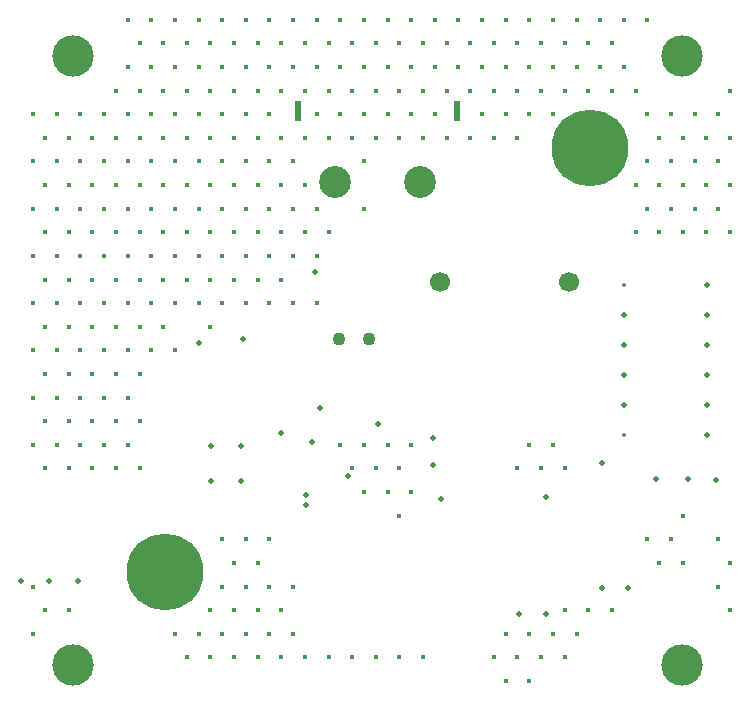
<source format=gbr>
%TF.GenerationSoftware,Altium Limited,Altium Designer,24.2.2 (26)*%
G04 Layer_Color=0*
%FSLAX45Y45*%
%MOMM*%
%TF.SameCoordinates,B44B2995-802D-4FBC-A6AD-B2E30319FF36*%
%TF.FilePolarity,Positive*%
%TF.FileFunction,Plated,1,2,PTH,Drill*%
%TF.Part,Single*%
G01*
G75*
%TA.AperFunction,OtherDrill,Free Pad (5.969mm,57.531mm)*%
%ADD94C,3.50000*%
%TA.AperFunction,ComponentDrill*%
%ADD95C,1.70000*%
%ADD96C,1.10000*%
%ADD97R,0.60000X1.70000*%
%ADD98C,2.70000*%
%TA.AperFunction,OtherDrill,Free Pad (49.711mm,49.711mm)*%
%ADD99C,6.50240*%
%TA.AperFunction,OtherDrill,Free Pad (5.969mm,5.969mm)*%
%ADD100C,3.50000*%
%TA.AperFunction,OtherDrill,Free Pad (57.531mm,57.531mm)*%
%ADD101C,3.50000*%
%TA.AperFunction,OtherDrill,Free Pad (57.531mm,5.969mm)*%
%ADD102C,3.50000*%
%TA.AperFunction,OtherDrill,Free Pad (13.789mm,13.789mm)*%
%ADD103C,6.50240*%
%TA.AperFunction,ViaDrill,NotFilled*%
%ADD104C,0.45000*%
%ADD105C,0.50000*%
%ADD106C,0.35000*%
D94*
X596900Y5753100D02*
D03*
D95*
X3704420Y3840480D02*
D03*
X4794420D02*
D03*
D96*
X2847340Y3355340D02*
D03*
X3101340D02*
D03*
D97*
X3850000Y5285740D02*
D03*
X2500000D02*
D03*
D98*
X3535000Y4685740D02*
D03*
X2815000D02*
D03*
D99*
X4971059Y4971059D02*
D03*
D100*
X596900Y596900D02*
D03*
D101*
X5753100Y5753100D02*
D03*
D102*
Y596900D02*
D03*
D103*
X1378941Y1378941D02*
D03*
D104*
X6160005Y5457464D02*
D03*
X6060005Y5257464D02*
D03*
X6160005Y5057464D02*
D03*
X6060005Y4857464D02*
D03*
X6160005Y4657464D02*
D03*
X6060005Y4457464D02*
D03*
X6160005Y4257464D02*
D03*
X6060005Y1657462D02*
D03*
X6160005Y1457462D02*
D03*
X6060005Y1257462D02*
D03*
X6160005Y1057462D02*
D03*
X5860005Y5257464D02*
D03*
X5960005Y5057464D02*
D03*
X5860005Y4857464D02*
D03*
X5960005Y4657464D02*
D03*
X5860005Y4457464D02*
D03*
X5960005Y4257464D02*
D03*
X5660004Y5257464D02*
D03*
X5760004Y5057464D02*
D03*
X5660004Y4857464D02*
D03*
X5760004Y4657464D02*
D03*
X5660004Y4457464D02*
D03*
X5760004Y4257464D02*
D03*
Y1857462D02*
D03*
X5660004Y1657462D02*
D03*
X5760004Y1457462D02*
D03*
X5460004Y6057465D02*
D03*
Y5257464D02*
D03*
X5560004Y5057464D02*
D03*
X5460004Y4857464D02*
D03*
X5560004Y4657464D02*
D03*
X5460004Y4457464D02*
D03*
X5560004Y4257464D02*
D03*
X5460004Y1657462D02*
D03*
X5560004Y1457462D02*
D03*
X5260004Y6057465D02*
D03*
Y5657464D02*
D03*
X5360004Y5457464D02*
D03*
Y4657464D02*
D03*
Y4257464D02*
D03*
X5060004Y6057465D02*
D03*
X5160004Y5857465D02*
D03*
X5060004Y5657464D02*
D03*
X5160004Y5457464D02*
D03*
Y1057462D02*
D03*
X4860004Y6057465D02*
D03*
X4960004Y5857465D02*
D03*
X4860004Y5657464D02*
D03*
X4960004Y5457464D02*
D03*
Y1057462D02*
D03*
X4860004Y857462D02*
D03*
X4660004Y6057465D02*
D03*
X4760004Y5857465D02*
D03*
X4660004Y5657464D02*
D03*
X4760004Y5457464D02*
D03*
X4660004Y5257464D02*
D03*
Y2457463D02*
D03*
X4760004Y2257463D02*
D03*
Y1057462D02*
D03*
X4660004Y857462D02*
D03*
X4760004Y657462D02*
D03*
X4460004Y6057465D02*
D03*
X4560004Y5857465D02*
D03*
X4460004Y5657464D02*
D03*
X4560004Y5457464D02*
D03*
X4460004Y5257464D02*
D03*
Y2457463D02*
D03*
X4560004Y2257463D02*
D03*
X4460004Y857462D02*
D03*
X4560004Y657462D02*
D03*
X4460004Y457462D02*
D03*
X4260004Y6057465D02*
D03*
X4360004Y5857465D02*
D03*
X4260004Y5657464D02*
D03*
X4360004Y5457464D02*
D03*
X4260004Y5257464D02*
D03*
X4360004Y5057464D02*
D03*
Y2257463D02*
D03*
X4260004Y857462D02*
D03*
X4360004Y657462D02*
D03*
X4260004Y457462D02*
D03*
X4060004Y6057465D02*
D03*
X4160004Y5857465D02*
D03*
X4060004Y5657464D02*
D03*
X4160004Y5457464D02*
D03*
X4060004Y5257464D02*
D03*
X4160004Y5057464D02*
D03*
Y657462D02*
D03*
X3860003Y6057465D02*
D03*
X3960004Y5857465D02*
D03*
X3860003Y5657464D02*
D03*
X3960004Y5457464D02*
D03*
Y5057464D02*
D03*
X3660003Y6057465D02*
D03*
X3760003Y5857465D02*
D03*
X3660003Y5657464D02*
D03*
X3760003Y5457464D02*
D03*
X3660003Y5257464D02*
D03*
X3760003Y5057464D02*
D03*
X3460003Y6057465D02*
D03*
X3560003Y5857465D02*
D03*
X3460003Y5657464D02*
D03*
X3560003Y5457464D02*
D03*
X3460003Y5257464D02*
D03*
X3560003Y5057464D02*
D03*
X3460003Y2457463D02*
D03*
Y2057462D02*
D03*
X3560003Y657462D02*
D03*
X3260003Y6057465D02*
D03*
X3360003Y5857465D02*
D03*
X3260003Y5657464D02*
D03*
X3360003Y5457464D02*
D03*
X3260003Y5257464D02*
D03*
X3360003Y5057464D02*
D03*
X3260003Y2457463D02*
D03*
X3360003Y2257463D02*
D03*
X3260003Y2057462D02*
D03*
X3360003Y1857462D02*
D03*
Y657462D02*
D03*
X3060003Y6057465D02*
D03*
X3160003Y5857465D02*
D03*
X3060003Y5657464D02*
D03*
X3160003Y5457464D02*
D03*
X3060003Y5257464D02*
D03*
X3160003Y5057464D02*
D03*
X3060003Y4857464D02*
D03*
Y4457464D02*
D03*
Y2457463D02*
D03*
X3160003Y2257463D02*
D03*
X3060003Y2057462D02*
D03*
X3160003Y657462D02*
D03*
X2860003Y6057465D02*
D03*
X2960003Y5857465D02*
D03*
X2860003Y5657464D02*
D03*
X2960003Y5457464D02*
D03*
X2860003Y5257464D02*
D03*
X2960003Y5057464D02*
D03*
X2860003Y2457463D02*
D03*
X2960003Y2257463D02*
D03*
Y657462D02*
D03*
X2660003Y6057465D02*
D03*
X2760003Y5857465D02*
D03*
X2660003Y5657464D02*
D03*
X2760003Y5457464D02*
D03*
X2660003Y5257464D02*
D03*
X2760003Y5057464D02*
D03*
X2660003Y4457464D02*
D03*
X2760003Y4257464D02*
D03*
X2660003Y4057464D02*
D03*
Y3657463D02*
D03*
X2760003Y657462D02*
D03*
X2460003Y6057465D02*
D03*
X2560003Y5857465D02*
D03*
X2460003Y5657464D02*
D03*
X2560003Y5457464D02*
D03*
Y5057464D02*
D03*
X2460003Y4857464D02*
D03*
X2560003Y4657464D02*
D03*
X2460003Y4457464D02*
D03*
X2560003Y4257464D02*
D03*
X2460003Y4057464D02*
D03*
Y3657463D02*
D03*
Y1257462D02*
D03*
Y857462D02*
D03*
X2560003Y657462D02*
D03*
X2260003Y6057465D02*
D03*
X2360003Y5857465D02*
D03*
X2260003Y5657464D02*
D03*
X2360003Y5457464D02*
D03*
X2260003Y5257464D02*
D03*
X2360003Y5057464D02*
D03*
X2260003Y4857464D02*
D03*
X2360003Y4657464D02*
D03*
X2260003Y4457464D02*
D03*
X2360003Y4257464D02*
D03*
X2260003Y4057464D02*
D03*
X2360003Y3857463D02*
D03*
X2260003Y3657463D02*
D03*
Y1657462D02*
D03*
Y1257462D02*
D03*
X2360003Y1057462D02*
D03*
X2260003Y857462D02*
D03*
X2360003Y657462D02*
D03*
X2060002Y6057465D02*
D03*
X2160003Y5857465D02*
D03*
X2060002Y5657464D02*
D03*
X2160003Y5457464D02*
D03*
X2060002Y5257464D02*
D03*
X2160003Y5057464D02*
D03*
X2060002Y4857464D02*
D03*
X2160003Y4657464D02*
D03*
X2060002Y4457464D02*
D03*
X2160003Y4257464D02*
D03*
X2060002Y4057464D02*
D03*
X2160003Y3857463D02*
D03*
X2060002Y3657463D02*
D03*
Y1657462D02*
D03*
X2160003Y1457462D02*
D03*
X2060002Y1257462D02*
D03*
X2160003Y1057462D02*
D03*
X2060002Y857462D02*
D03*
X2160003Y657462D02*
D03*
X1860002Y6057465D02*
D03*
X1960002Y5857465D02*
D03*
X1860002Y5657464D02*
D03*
X1960002Y5457464D02*
D03*
X1860002Y5257464D02*
D03*
X1960002Y5057464D02*
D03*
X1860002Y4857464D02*
D03*
X1960002Y4657464D02*
D03*
X1860002Y4457464D02*
D03*
X1960002Y4257464D02*
D03*
X1860002Y4057464D02*
D03*
X1960002Y3857463D02*
D03*
X1860002Y3657463D02*
D03*
Y1657462D02*
D03*
X1960002Y1457462D02*
D03*
X1860002Y1257462D02*
D03*
X1960002Y1057462D02*
D03*
X1860002Y857462D02*
D03*
X1960002Y657462D02*
D03*
X1660002Y6057465D02*
D03*
X1760002Y5857465D02*
D03*
X1660002Y5657464D02*
D03*
X1760002Y5457464D02*
D03*
X1660002Y5257464D02*
D03*
X1760002Y5057464D02*
D03*
X1660002Y4857464D02*
D03*
X1760002Y4657464D02*
D03*
X1660002Y4457464D02*
D03*
X1760002Y4257464D02*
D03*
X1660002Y4057464D02*
D03*
X1760002Y3857463D02*
D03*
X1660002Y3657463D02*
D03*
X1760002Y3457463D02*
D03*
Y1057462D02*
D03*
X1660002Y857462D02*
D03*
X1760002Y657462D02*
D03*
X1460002Y6057465D02*
D03*
X1560002Y5857465D02*
D03*
X1460002Y5657464D02*
D03*
X1560002Y5457464D02*
D03*
X1460002Y5257464D02*
D03*
X1560002Y5057464D02*
D03*
X1460002Y4857464D02*
D03*
X1560002Y4657464D02*
D03*
X1460002Y4457464D02*
D03*
X1560002Y4257464D02*
D03*
X1460002Y4057464D02*
D03*
X1560002Y3857463D02*
D03*
X1460002Y3657463D02*
D03*
Y3257463D02*
D03*
Y857462D02*
D03*
X1560002Y657462D02*
D03*
X1260002Y6057465D02*
D03*
X1360002Y5857465D02*
D03*
X1260002Y5657464D02*
D03*
X1360002Y5457464D02*
D03*
X1260002Y5257464D02*
D03*
X1360002Y5057464D02*
D03*
X1260002Y4857464D02*
D03*
X1360002Y4657464D02*
D03*
X1260002Y4457464D02*
D03*
X1360002Y4257464D02*
D03*
X1260002Y4057464D02*
D03*
X1360002Y3857463D02*
D03*
X1260002Y3657463D02*
D03*
X1360002Y3457463D02*
D03*
X1260002Y3257463D02*
D03*
X1060002Y6057465D02*
D03*
X1160002Y5857465D02*
D03*
X1060002Y5657464D02*
D03*
X1160002Y5457464D02*
D03*
X1060002Y5257464D02*
D03*
X1160002Y5057464D02*
D03*
X1060002Y4857464D02*
D03*
X1160002Y4657464D02*
D03*
X1060002Y4457464D02*
D03*
X1160002Y4257464D02*
D03*
X1060002Y4057464D02*
D03*
X1160002Y3857463D02*
D03*
X1060002Y3657463D02*
D03*
X1160002Y3457463D02*
D03*
X1060002Y3257463D02*
D03*
X1160002Y3057463D02*
D03*
X1060002Y2857463D02*
D03*
X1160002Y2657463D02*
D03*
X1060002Y2457463D02*
D03*
X1160002Y2257463D02*
D03*
X960002Y5457464D02*
D03*
X860002Y5257464D02*
D03*
X960002Y5057464D02*
D03*
X860002Y4857464D02*
D03*
X960002Y4657464D02*
D03*
X860002Y4457464D02*
D03*
X960002Y4257464D02*
D03*
X860002Y4057464D02*
D03*
X960002Y3857463D02*
D03*
X860002Y3657463D02*
D03*
X960002Y3457463D02*
D03*
X860002Y3257463D02*
D03*
X960002Y3057463D02*
D03*
X860002Y2857463D02*
D03*
X960002Y2657463D02*
D03*
X860002Y2457463D02*
D03*
X960002Y2257463D02*
D03*
X660002Y5257464D02*
D03*
X760002Y5057464D02*
D03*
X660002Y4857464D02*
D03*
X760002Y4657464D02*
D03*
X660002Y4457464D02*
D03*
X760002Y4257464D02*
D03*
X660002Y4057464D02*
D03*
X760002Y3857463D02*
D03*
X660002Y3657463D02*
D03*
X760002Y3457463D02*
D03*
X660002Y3257463D02*
D03*
X760002Y3057463D02*
D03*
X660002Y2857463D02*
D03*
X760002Y2657463D02*
D03*
X660002Y2457463D02*
D03*
X760002Y2257463D02*
D03*
X460002Y5257464D02*
D03*
X560002Y5057464D02*
D03*
X460002Y4857464D02*
D03*
X560002Y4657464D02*
D03*
X460002Y4457464D02*
D03*
X560002Y4257464D02*
D03*
X460002Y4057464D02*
D03*
X560002Y3857463D02*
D03*
X460002Y3657463D02*
D03*
X560002Y3457463D02*
D03*
X460002Y3257463D02*
D03*
X560002Y3057463D02*
D03*
X460002Y2857463D02*
D03*
X560002Y2657463D02*
D03*
X460002Y2457463D02*
D03*
X560002Y2257463D02*
D03*
Y1057462D02*
D03*
X260002Y5257464D02*
D03*
X360002Y5057464D02*
D03*
X260002Y4857464D02*
D03*
X360002Y4657464D02*
D03*
X260002Y4457464D02*
D03*
X360002Y4257464D02*
D03*
X260002Y4057464D02*
D03*
X360002Y3857463D02*
D03*
X260002Y3657463D02*
D03*
X360002Y3457463D02*
D03*
X260002Y3257463D02*
D03*
X360002Y3057463D02*
D03*
X260002Y2857463D02*
D03*
X360002Y2657463D02*
D03*
X260002Y2457463D02*
D03*
X360002Y2257463D02*
D03*
X260002Y1257462D02*
D03*
X360002Y1057462D02*
D03*
X260002Y857462D02*
D03*
D105*
X6040120Y2156460D02*
D03*
X5073700Y2301240D02*
D03*
X2923540Y2197100D02*
D03*
X2016681Y2449639D02*
D03*
X1765221D02*
D03*
X154940Y1304260D02*
D03*
X396240D02*
D03*
X637540D02*
D03*
X2645600Y3921760D02*
D03*
X1663700Y3316000D02*
D03*
X2035860Y3355340D02*
D03*
X2354580Y2555240D02*
D03*
X2687320Y2771140D02*
D03*
X2623820Y2483640D02*
D03*
X3180080Y2632760D02*
D03*
X3641180Y2519680D02*
D03*
Y2288540D02*
D03*
X3710080Y2001520D02*
D03*
X5529240Y2171700D02*
D03*
X5804240D02*
D03*
X4373880Y1022400D02*
D03*
X4599940D02*
D03*
X5293360Y1245920D02*
D03*
X5072380D02*
D03*
X4599940Y2019500D02*
D03*
X5965400Y3302000D02*
D03*
Y3048000D02*
D03*
X5261400Y3556000D02*
D03*
Y3302000D02*
D03*
Y3048000D02*
D03*
Y2794000D02*
D03*
X5965400D02*
D03*
Y2540000D02*
D03*
Y3556000D02*
D03*
Y3810000D02*
D03*
X1765300Y2153920D02*
D03*
X2570177Y1950030D02*
D03*
X2573020Y2032000D02*
D03*
X2016760Y2153920D02*
D03*
D106*
X5261400Y3810000D02*
D03*
Y2540000D02*
D03*
%TF.MD5,209e608540750a308bbff47eb6704342*%
M02*

</source>
